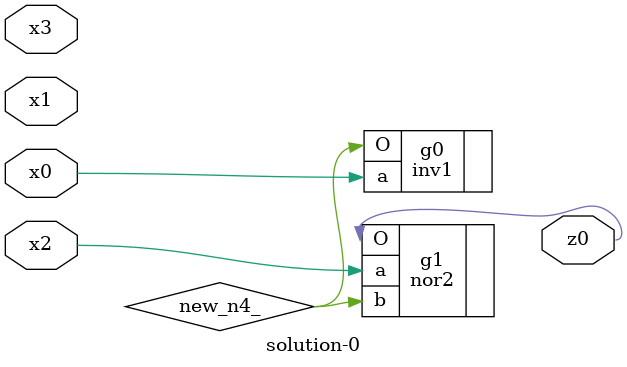
<source format=v>
module \solution-0 (
  x0, x1, x2, x3,
  z0 );
  input x0, x1, x2, x3;
  output z0;
  wire new_n4_;
  inv1  g0(.a(x0), .O(new_n4_));
  nor2  g1(.a(x2), .b(new_n4_), .O(z0));
endmodule

</source>
